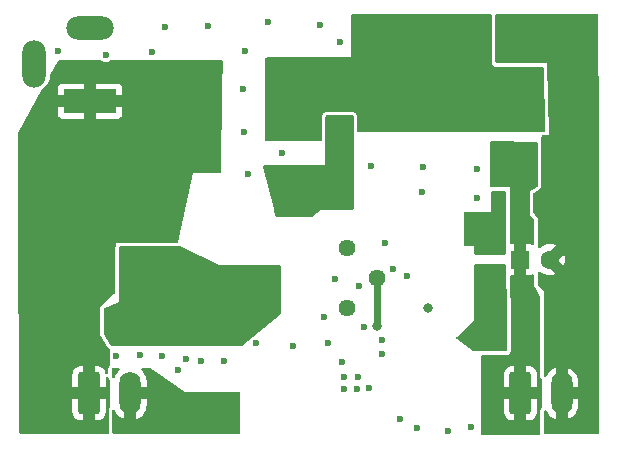
<source format=gbl>
G04 #@! TF.GenerationSoftware,KiCad,Pcbnew,8.0.5*
G04 #@! TF.CreationDate,2025-01-03T23:13:30-05:00*
G04 #@! TF.ProjectId,PierogiNixiePSU,50696572-6f67-4694-9e69-786965505355,rev?*
G04 #@! TF.SameCoordinates,Original*
G04 #@! TF.FileFunction,Copper,L4,Bot*
G04 #@! TF.FilePolarity,Positive*
%FSLAX46Y46*%
G04 Gerber Fmt 4.6, Leading zero omitted, Abs format (unit mm)*
G04 Created by KiCad (PCBNEW 8.0.5) date 2025-01-03 23:13:30*
%MOMM*%
%LPD*%
G01*
G04 APERTURE LIST*
G04 Aperture macros list*
%AMRoundRect*
0 Rectangle with rounded corners*
0 $1 Rounding radius*
0 $2 $3 $4 $5 $6 $7 $8 $9 X,Y pos of 4 corners*
0 Add a 4 corners polygon primitive as box body*
4,1,4,$2,$3,$4,$5,$6,$7,$8,$9,$2,$3,0*
0 Add four circle primitives for the rounded corners*
1,1,$1+$1,$2,$3*
1,1,$1+$1,$4,$5*
1,1,$1+$1,$6,$7*
1,1,$1+$1,$8,$9*
0 Add four rect primitives between the rounded corners*
20,1,$1+$1,$2,$3,$4,$5,0*
20,1,$1+$1,$4,$5,$6,$7,0*
20,1,$1+$1,$6,$7,$8,$9,0*
20,1,$1+$1,$8,$9,$2,$3,0*%
G04 Aperture macros list end*
G04 #@! TA.AperFunction,ComponentPad*
%ADD10RoundRect,0.250000X-0.650000X-1.550000X0.650000X-1.550000X0.650000X1.550000X-0.650000X1.550000X0*%
G04 #@! TD*
G04 #@! TA.AperFunction,ComponentPad*
%ADD11O,1.800000X3.600000*%
G04 #@! TD*
G04 #@! TA.AperFunction,ComponentPad*
%ADD12R,4.500000X2.000000*%
G04 #@! TD*
G04 #@! TA.AperFunction,ComponentPad*
%ADD13O,4.000000X2.000000*%
G04 #@! TD*
G04 #@! TA.AperFunction,ComponentPad*
%ADD14O,2.000000X4.000000*%
G04 #@! TD*
G04 #@! TA.AperFunction,ComponentPad*
%ADD15R,1.600000X1.600000*%
G04 #@! TD*
G04 #@! TA.AperFunction,ComponentPad*
%ADD16C,1.600000*%
G04 #@! TD*
G04 #@! TA.AperFunction,ComponentPad*
%ADD17C,1.440000*%
G04 #@! TD*
G04 #@! TA.AperFunction,ViaPad*
%ADD18C,0.600000*%
G04 #@! TD*
G04 #@! TA.AperFunction,ViaPad*
%ADD19C,0.800000*%
G04 #@! TD*
G04 #@! TA.AperFunction,Conductor*
%ADD20C,0.600000*%
G04 #@! TD*
G04 APERTURE END LIST*
D10*
X27190000Y-54340000D03*
D11*
X30690000Y-54340000D03*
D12*
X27275000Y-29625000D03*
D13*
X27275000Y-23425000D03*
D14*
X22575000Y-26425000D03*
D10*
X63710000Y-54340000D03*
D11*
X67210000Y-54340000D03*
D15*
X63709759Y-43025000D03*
D16*
X66209759Y-43025000D03*
D17*
X49035000Y-47085000D03*
X51575000Y-44545000D03*
X49035000Y-42005000D03*
D18*
X32600000Y-42400000D03*
X44500000Y-50300000D03*
X45300000Y-35900000D03*
X47100000Y-47900000D03*
D19*
X41200000Y-44200000D03*
X35900000Y-49500000D03*
X63800000Y-24300000D03*
D18*
X48100000Y-34900000D03*
D19*
X69600000Y-42800000D03*
D18*
X34100000Y-42400000D03*
X50000000Y-53000000D03*
X48800000Y-53000000D03*
D19*
X68500000Y-29100000D03*
X68500000Y-46500000D03*
D18*
X47400000Y-50100000D03*
D19*
X68500000Y-26700000D03*
X32000000Y-48100000D03*
D18*
X55400000Y-37300000D03*
X32900000Y-55000000D03*
D19*
X66900000Y-33400000D03*
X69700000Y-25300000D03*
D18*
X48636801Y-51699346D03*
X33600000Y-23300000D03*
X43500000Y-35800000D03*
D19*
X66500000Y-24300000D03*
X69600000Y-54200000D03*
D18*
X61700000Y-50200000D03*
D19*
X67600000Y-45400000D03*
X42600000Y-45600000D03*
D18*
X48800000Y-54000000D03*
D19*
X69600000Y-52400000D03*
D18*
X59500000Y-57200000D03*
D19*
X35900000Y-47000000D03*
D18*
X66500000Y-57200000D03*
X47000000Y-35800000D03*
D19*
X37300000Y-45600000D03*
D18*
X40206513Y-28618586D03*
X60300000Y-48800000D03*
D19*
X68400000Y-44200000D03*
D18*
X55000000Y-57300000D03*
D19*
X67800000Y-50200000D03*
X66500000Y-49100000D03*
X30900000Y-46500000D03*
X68500000Y-37000000D03*
D18*
X31700000Y-57100000D03*
X60500000Y-44100000D03*
D19*
X62400000Y-25700000D03*
X69500000Y-30600000D03*
D18*
X32550502Y-25434227D03*
D19*
X30700000Y-43100000D03*
D18*
X34100000Y-54200000D03*
X48200000Y-37200000D03*
X61800000Y-38200000D03*
D19*
X65100000Y-25700000D03*
X38600000Y-47000000D03*
D18*
X43500000Y-34000000D03*
X61500000Y-44100000D03*
D19*
X69700000Y-23000000D03*
D18*
X57600000Y-57500000D03*
D19*
X69700000Y-35600000D03*
X68500000Y-41900000D03*
D18*
X60500000Y-44900000D03*
D19*
X62400000Y-22900000D03*
X68500000Y-24400000D03*
X69500000Y-33000000D03*
D18*
X53500000Y-56500000D03*
D19*
X30800000Y-44900000D03*
D18*
X60070004Y-35387977D03*
X40300000Y-32200000D03*
D19*
X67700000Y-47700000D03*
D18*
X47522584Y-38095358D03*
D19*
X35900000Y-44200000D03*
D18*
X41300000Y-50100000D03*
D19*
X55900000Y-47100000D03*
D18*
X60600000Y-50000000D03*
X46744612Y-23198401D03*
X40680780Y-35732579D03*
X32900000Y-53500000D03*
X61500000Y-44900000D03*
D19*
X66900000Y-35800000D03*
D18*
X48200000Y-33500000D03*
X60500000Y-45700000D03*
X59500000Y-49700000D03*
X36600000Y-57400000D03*
D19*
X69700000Y-40500000D03*
X68300000Y-34400000D03*
D18*
X62000000Y-42000000D03*
X62100000Y-39500000D03*
X32900000Y-56500000D03*
X52900000Y-43800000D03*
D19*
X38600000Y-49500000D03*
X37300000Y-48100000D03*
D18*
X49900000Y-54000000D03*
D19*
X69600000Y-50400000D03*
D18*
X60500000Y-42000000D03*
D19*
X67100000Y-30500000D03*
D18*
X42323773Y-22893516D03*
X50900000Y-53900000D03*
X55500000Y-35200000D03*
X52000000Y-51000000D03*
X68200000Y-57300000D03*
X50500000Y-48700000D03*
X40400000Y-25400000D03*
X38300000Y-57400000D03*
X44100000Y-38400000D03*
X50024397Y-45241160D03*
D19*
X69600000Y-56500000D03*
X65100000Y-22900000D03*
X69700000Y-27700000D03*
D18*
X34900000Y-57400000D03*
X30600000Y-57100000D03*
X39000000Y-56600000D03*
X45173837Y-37297386D03*
X48500000Y-35900000D03*
X37259288Y-23249215D03*
X29700000Y-57100000D03*
X43500000Y-37300000D03*
X61200000Y-41200000D03*
X62100000Y-40700000D03*
X60000000Y-37800000D03*
X34300000Y-55500000D03*
X45500000Y-38500000D03*
X61300000Y-39400000D03*
X46513827Y-37289858D03*
D19*
X68300000Y-32000000D03*
D18*
X47993154Y-44686982D03*
D19*
X69800000Y-47600000D03*
X68600000Y-49000000D03*
D18*
X60500000Y-46600000D03*
D19*
X67100000Y-40800000D03*
D18*
X52261550Y-41655066D03*
X36000000Y-56600000D03*
D19*
X40000000Y-48100000D03*
X67700000Y-22900000D03*
X67100000Y-38400000D03*
X33300000Y-49500000D03*
D18*
X24600000Y-25400000D03*
X32900000Y-57400000D03*
D19*
X69700000Y-38000000D03*
X69700000Y-45100000D03*
X30600000Y-49500000D03*
D18*
X52000000Y-49800000D03*
D19*
X38600000Y-44200000D03*
X34700000Y-48100000D03*
D18*
X34200000Y-56800000D03*
D19*
X67100000Y-28100000D03*
X66600000Y-51600000D03*
X66400000Y-46800000D03*
D18*
X61500000Y-45700000D03*
X54107800Y-44432911D03*
X61500000Y-46600000D03*
D19*
X40000000Y-45600000D03*
X67100000Y-25800000D03*
D18*
X51092822Y-35066153D03*
X60300000Y-47800000D03*
X37600000Y-56600000D03*
D19*
X41200000Y-47000000D03*
X68500000Y-39400000D03*
D18*
X48400000Y-24600000D03*
D19*
X40000000Y-49500000D03*
D18*
X28600000Y-25700000D03*
X47900000Y-28200000D03*
X48900000Y-27300000D03*
X48100000Y-26500000D03*
D19*
X51600000Y-48650000D03*
X22100000Y-47200000D03*
X25300000Y-42200000D03*
X31900000Y-33400000D03*
X23900000Y-35900000D03*
X26500000Y-33400000D03*
X32300000Y-28800000D03*
X22100000Y-49600000D03*
X25300000Y-27100000D03*
D18*
X31500000Y-51100000D03*
D19*
X23900000Y-50800000D03*
X22100000Y-44700000D03*
D18*
X33410570Y-51198556D03*
D19*
X23900000Y-53300000D03*
D18*
X27000000Y-57200000D03*
D19*
X35200000Y-33500000D03*
X25300000Y-47500000D03*
X23900000Y-38400000D03*
X25100000Y-44100000D03*
D18*
X28100000Y-57200000D03*
X35400000Y-51400000D03*
D19*
X23900000Y-40900000D03*
X31000000Y-30100000D03*
X25500000Y-51000000D03*
X28800000Y-33600000D03*
X27000000Y-35400000D03*
X23500000Y-43400000D03*
D18*
X29500000Y-51200000D03*
D19*
X22100000Y-37200000D03*
X33700000Y-37200000D03*
X31900000Y-38400000D03*
X22100000Y-57100000D03*
X23700000Y-29700000D03*
D18*
X36700000Y-51600000D03*
D19*
X25300000Y-39700000D03*
X28600000Y-38400000D03*
X31900000Y-35900000D03*
X22100000Y-52100000D03*
X27100000Y-37200000D03*
X23900000Y-45900000D03*
D18*
X25500000Y-57200000D03*
X34700000Y-52400000D03*
D19*
X22100000Y-34700000D03*
X28600000Y-35900000D03*
X30400000Y-37200000D03*
X33700000Y-39700000D03*
X27400000Y-42100000D03*
X23700000Y-48500000D03*
X22100000Y-54600000D03*
X22100000Y-39700000D03*
X23900000Y-33400000D03*
X23900000Y-55800000D03*
X31900000Y-40900000D03*
X27100000Y-39700000D03*
X22100000Y-42200000D03*
X30400000Y-34700000D03*
X30400000Y-39700000D03*
X30800000Y-27300000D03*
X28700000Y-27200000D03*
X37000000Y-34800000D03*
X33700000Y-34700000D03*
D18*
X38600000Y-51600000D03*
D19*
X25300000Y-37200000D03*
X25300000Y-34700000D03*
X28600000Y-40900000D03*
X27300000Y-50900000D03*
D18*
X63400000Y-45100000D03*
X61600000Y-35900000D03*
X64400000Y-45800000D03*
X61600000Y-34000000D03*
X64700000Y-50400000D03*
X63700000Y-50300000D03*
X61400000Y-53200000D03*
X62900000Y-57200000D03*
X64400000Y-57200000D03*
X64600000Y-51500000D03*
X63300000Y-40000000D03*
X61400000Y-54500000D03*
X61400000Y-57100000D03*
X64300000Y-41000000D03*
X64800000Y-46900000D03*
X64400000Y-40000000D03*
X61400000Y-52000000D03*
X63500000Y-51500000D03*
X63300000Y-41000000D03*
X63400000Y-46400000D03*
X61400000Y-55900000D03*
D20*
X51600000Y-48650000D02*
X51600000Y-44570000D01*
X51600000Y-44570000D02*
X51575000Y-44545000D01*
G04 #@! TA.AperFunction,Conductor*
G36*
X34971016Y-41899945D02*
G01*
X35025958Y-41912898D01*
X38200000Y-43490000D01*
X43316303Y-43490000D01*
X43383342Y-43509685D01*
X43429097Y-43562489D01*
X43440303Y-43613696D01*
X43449857Y-47516736D01*
X43430336Y-47583824D01*
X43405240Y-47612299D01*
X40184610Y-50296157D01*
X40120507Y-50323953D01*
X40104948Y-50324898D01*
X29090682Y-50300158D01*
X29023687Y-50280323D01*
X28984122Y-50239098D01*
X28442161Y-49319130D01*
X28425000Y-49256190D01*
X28425000Y-47225777D01*
X28444685Y-47158738D01*
X28497489Y-47112983D01*
X28505258Y-47109748D01*
X29725000Y-46650000D01*
X29715261Y-42014494D01*
X29734805Y-41947415D01*
X29787513Y-41901549D01*
X29839493Y-41890235D01*
X34971016Y-41899945D01*
G37*
G04 #@! TD.AperFunction*
G04 #@! TA.AperFunction,Conductor*
G36*
X62443039Y-37219685D02*
G01*
X62488794Y-37272489D01*
X62500000Y-37324000D01*
X62500000Y-42476000D01*
X62480315Y-42543039D01*
X62427511Y-42588794D01*
X62376000Y-42600000D01*
X59924000Y-42600000D01*
X59856961Y-42580315D01*
X59811206Y-42527511D01*
X59800000Y-42476000D01*
X59800000Y-41900000D01*
X59024000Y-41900000D01*
X58956961Y-41880315D01*
X58911206Y-41827511D01*
X58900000Y-41776000D01*
X58900000Y-39124000D01*
X58919685Y-39056961D01*
X58972489Y-39011206D01*
X59024000Y-39000000D01*
X61200000Y-39000000D01*
X61200000Y-37324000D01*
X61219685Y-37256961D01*
X61272489Y-37211206D01*
X61324000Y-37200000D01*
X62376000Y-37200000D01*
X62443039Y-37219685D01*
G37*
G04 #@! TD.AperFunction*
G04 #@! TA.AperFunction,Conductor*
G36*
X28152267Y-26119685D02*
G01*
X28161540Y-26127157D01*
X28161848Y-26126757D01*
X28168293Y-26131702D01*
X28168295Y-26131705D01*
X28294738Y-26228728D01*
X28441985Y-26289720D01*
X28520992Y-26300121D01*
X28599999Y-26310523D01*
X28600000Y-26310523D01*
X28600001Y-26310523D01*
X28652671Y-26303588D01*
X28758015Y-26289720D01*
X28905262Y-26228728D01*
X29031705Y-26131705D01*
X29031706Y-26131702D01*
X29038152Y-26126757D01*
X29040056Y-26129239D01*
X29088414Y-26102834D01*
X29114772Y-26100000D01*
X38374702Y-26100000D01*
X38441741Y-26119685D01*
X38487496Y-26172489D01*
X38498694Y-26225291D01*
X38474816Y-28517627D01*
X38401278Y-35577292D01*
X38380896Y-35644122D01*
X38327619Y-35689325D01*
X38277285Y-35700000D01*
X36000000Y-35700000D01*
X34723877Y-41491629D01*
X34690228Y-41552862D01*
X34628816Y-41586183D01*
X34602547Y-41588947D01*
X29933392Y-41580112D01*
X29840080Y-41579936D01*
X29840079Y-41579936D01*
X29840073Y-41579936D01*
X29840067Y-41579936D01*
X29773505Y-41587032D01*
X29773497Y-41587034D01*
X29746831Y-41592838D01*
X29726961Y-41597163D01*
X29700590Y-41600000D01*
X29499999Y-41600000D01*
X29496184Y-41717711D01*
X29482899Y-41769663D01*
X29436893Y-41860614D01*
X29417347Y-41927696D01*
X29404962Y-42015143D01*
X29404962Y-42015144D01*
X29409924Y-44377199D01*
X29409859Y-44381475D01*
X29361671Y-45868423D01*
X29339825Y-45934790D01*
X29322232Y-45955162D01*
X28408877Y-46805526D01*
X28381041Y-46825069D01*
X28378217Y-46826519D01*
X28294286Y-46878473D01*
X28241480Y-46924230D01*
X28241479Y-46924231D01*
X28198642Y-46969663D01*
X28198640Y-46969666D01*
X28146954Y-47071315D01*
X28127271Y-47138347D01*
X28127270Y-47138352D01*
X28127270Y-47138353D01*
X28114700Y-47225777D01*
X28114700Y-49256190D01*
X28122896Y-49317409D01*
X28125628Y-49337818D01*
X28142790Y-49400760D01*
X28174799Y-49476620D01*
X28174805Y-49476632D01*
X28716766Y-50396600D01*
X28716776Y-50396613D01*
X28716780Y-50396619D01*
X28760243Y-50453958D01*
X28760245Y-50453960D01*
X28799807Y-50495181D01*
X28799829Y-50495202D01*
X28834055Y-50525936D01*
X28834060Y-50525940D01*
X28834064Y-50525943D01*
X28932452Y-50576248D01*
X28983179Y-50624294D01*
X29000000Y-50686653D01*
X29000000Y-51892210D01*
X28980315Y-51959249D01*
X28958036Y-51985194D01*
X28939928Y-52001169D01*
X28897497Y-52046981D01*
X28897493Y-52046986D01*
X28846714Y-52149084D01*
X28827625Y-52216295D01*
X28815832Y-52303830D01*
X28817849Y-52530716D01*
X28817849Y-52530717D01*
X28818363Y-52588617D01*
X28799274Y-52655829D01*
X28746879Y-52702051D01*
X28677811Y-52712608D01*
X28614000Y-52684148D01*
X28576662Y-52628722D01*
X28524358Y-52470880D01*
X28524356Y-52470875D01*
X28432315Y-52321654D01*
X28308345Y-52197684D01*
X28159124Y-52105643D01*
X28159119Y-52105641D01*
X27992697Y-52050494D01*
X27992690Y-52050493D01*
X27889986Y-52040000D01*
X27690000Y-52040000D01*
X27690000Y-53840000D01*
X28589999Y-53840000D01*
X28589999Y-53042886D01*
X28609684Y-52975847D01*
X28662488Y-52930092D01*
X28731646Y-52920148D01*
X28795202Y-52949173D01*
X28832976Y-53007951D01*
X28833314Y-53009122D01*
X28850886Y-53071221D01*
X28871233Y-53124118D01*
X28939644Y-53215343D01*
X28939647Y-53215345D01*
X28939648Y-53215347D01*
X28959845Y-53233884D01*
X28995926Y-53293716D01*
X29000000Y-53325240D01*
X29000000Y-55454232D01*
X28980315Y-55521271D01*
X28966972Y-55538494D01*
X28928898Y-55579599D01*
X28928896Y-55579602D01*
X28928895Y-55579604D01*
X28911672Y-55614233D01*
X28878113Y-55681709D01*
X28859027Y-55748909D01*
X28847233Y-55836452D01*
X28852600Y-56440145D01*
X28863576Y-57674898D01*
X28844488Y-57742110D01*
X28792093Y-57788332D01*
X28739581Y-57800000D01*
X21423192Y-57800000D01*
X21356153Y-57780315D01*
X21310398Y-57727511D01*
X21299195Y-57676810D01*
X21287843Y-55939986D01*
X25790001Y-55939986D01*
X25800494Y-56042697D01*
X25855641Y-56209119D01*
X25855643Y-56209124D01*
X25947684Y-56358345D01*
X26071654Y-56482315D01*
X26220875Y-56574356D01*
X26220880Y-56574358D01*
X26387302Y-56629505D01*
X26387309Y-56629506D01*
X26490019Y-56639999D01*
X26689999Y-56639999D01*
X27690000Y-56639999D01*
X27889972Y-56639999D01*
X27889986Y-56639998D01*
X27992697Y-56629505D01*
X28159119Y-56574358D01*
X28159124Y-56574356D01*
X28308345Y-56482315D01*
X28432315Y-56358345D01*
X28524356Y-56209124D01*
X28524358Y-56209119D01*
X28579505Y-56042697D01*
X28579506Y-56042690D01*
X28589999Y-55939986D01*
X28590000Y-55939973D01*
X28590000Y-54840000D01*
X27690000Y-54840000D01*
X27690000Y-56639999D01*
X26689999Y-56639999D01*
X26690000Y-56639998D01*
X26690000Y-54840000D01*
X25790001Y-54840000D01*
X25790001Y-55939986D01*
X21287843Y-55939986D01*
X21276869Y-54261009D01*
X26590000Y-54261009D01*
X26590000Y-54418991D01*
X26630889Y-54571591D01*
X26709881Y-54708408D01*
X26821592Y-54820119D01*
X26958409Y-54899111D01*
X27111009Y-54940000D01*
X27268991Y-54940000D01*
X27421591Y-54899111D01*
X27558408Y-54820119D01*
X27670119Y-54708408D01*
X27749111Y-54571591D01*
X27790000Y-54418991D01*
X27790000Y-54261009D01*
X27749111Y-54108409D01*
X27670119Y-53971592D01*
X27558408Y-53859881D01*
X27421591Y-53780889D01*
X27268991Y-53740000D01*
X27111009Y-53740000D01*
X26958409Y-53780889D01*
X26821592Y-53859881D01*
X26709881Y-53971592D01*
X26630889Y-54108409D01*
X26590000Y-54261009D01*
X21276869Y-54261009D01*
X21266928Y-52740013D01*
X25790000Y-52740013D01*
X25790000Y-53840000D01*
X26690000Y-53840000D01*
X26690000Y-52040000D01*
X26490029Y-52040000D01*
X26490012Y-52040001D01*
X26387302Y-52050494D01*
X26220880Y-52105641D01*
X26220875Y-52105643D01*
X26071654Y-52197684D01*
X25947684Y-52321654D01*
X25855643Y-52470875D01*
X25855641Y-52470880D01*
X25800494Y-52637302D01*
X25800493Y-52637309D01*
X25790000Y-52740013D01*
X21266928Y-52740013D01*
X21200003Y-42500459D01*
X21200000Y-42499649D01*
X21200000Y-32331768D01*
X21215275Y-32272145D01*
X23241559Y-28577155D01*
X24525000Y-28577155D01*
X24525000Y-29125000D01*
X25959174Y-29125000D01*
X25832007Y-29159075D01*
X25717993Y-29224901D01*
X25624901Y-29317993D01*
X25559075Y-29432007D01*
X25525000Y-29559174D01*
X25525000Y-29690826D01*
X25559075Y-29817993D01*
X25624901Y-29932007D01*
X25717993Y-30025099D01*
X25832007Y-30090925D01*
X25959174Y-30125000D01*
X24525000Y-30125000D01*
X24525000Y-30672844D01*
X24531401Y-30732372D01*
X24531403Y-30732379D01*
X24581645Y-30867086D01*
X24581649Y-30867093D01*
X24667809Y-30982187D01*
X24667812Y-30982190D01*
X24782906Y-31068350D01*
X24782913Y-31068354D01*
X24917620Y-31118596D01*
X24917627Y-31118598D01*
X24977155Y-31124999D01*
X24977172Y-31125000D01*
X26775000Y-31125000D01*
X26775000Y-30125000D01*
X27775000Y-30125000D01*
X27775000Y-31125000D01*
X29572828Y-31125000D01*
X29572844Y-31124999D01*
X29632372Y-31118598D01*
X29632379Y-31118596D01*
X29767086Y-31068354D01*
X29767093Y-31068350D01*
X29882187Y-30982190D01*
X29882190Y-30982187D01*
X29968350Y-30867093D01*
X29968354Y-30867086D01*
X30018596Y-30732379D01*
X30018598Y-30732372D01*
X30024999Y-30672844D01*
X30025000Y-30672827D01*
X30025000Y-30125000D01*
X28590826Y-30125000D01*
X28717993Y-30090925D01*
X28832007Y-30025099D01*
X28925099Y-29932007D01*
X28990925Y-29817993D01*
X29025000Y-29690826D01*
X29025000Y-29559174D01*
X28990925Y-29432007D01*
X28925099Y-29317993D01*
X28832007Y-29224901D01*
X28717993Y-29159075D01*
X28590826Y-29125000D01*
X30025000Y-29125000D01*
X30025000Y-28577172D01*
X30024999Y-28577155D01*
X30018598Y-28517627D01*
X30018596Y-28517620D01*
X29968354Y-28382913D01*
X29968350Y-28382906D01*
X29882190Y-28267812D01*
X29882187Y-28267809D01*
X29767093Y-28181649D01*
X29767086Y-28181645D01*
X29632379Y-28131403D01*
X29632372Y-28131401D01*
X29572844Y-28125000D01*
X27775000Y-28125000D01*
X27775000Y-29125000D01*
X26775000Y-29125000D01*
X26775000Y-28125000D01*
X24977155Y-28125000D01*
X24917627Y-28131401D01*
X24917620Y-28131403D01*
X24782913Y-28181645D01*
X24782906Y-28181649D01*
X24667812Y-28267809D01*
X24667809Y-28267812D01*
X24581649Y-28382906D01*
X24581645Y-28382913D01*
X24531403Y-28517620D01*
X24531401Y-28517627D01*
X24525000Y-28577155D01*
X23241559Y-28577155D01*
X23249169Y-28563278D01*
X23285003Y-28522591D01*
X23425346Y-28420627D01*
X23570627Y-28275346D01*
X23570629Y-28275342D01*
X23570632Y-28275340D01*
X23638704Y-28181645D01*
X23691392Y-28109126D01*
X23784669Y-27926061D01*
X23848159Y-27730658D01*
X23880300Y-27527729D01*
X23880300Y-27444162D01*
X23895575Y-27384539D01*
X24564697Y-26164375D01*
X24614191Y-26115061D01*
X24673421Y-26100000D01*
X28085228Y-26100000D01*
X28152267Y-26119685D01*
G37*
G04 #@! TD.AperFunction*
G04 #@! TA.AperFunction,Conductor*
G36*
X32312722Y-52199711D02*
G01*
X32379604Y-52219913D01*
X32380900Y-52220773D01*
X33103031Y-52706239D01*
X35324999Y-54200000D01*
X35325000Y-54200000D01*
X39876000Y-54200000D01*
X39943039Y-54219685D01*
X39988794Y-54272489D01*
X40000000Y-54324000D01*
X40000000Y-57676000D01*
X39980315Y-57743039D01*
X39927511Y-57788794D01*
X39876000Y-57800000D01*
X29297903Y-57800000D01*
X29230864Y-57780315D01*
X29185109Y-57727511D01*
X29173908Y-57677102D01*
X29162888Y-56437386D01*
X29157521Y-55833693D01*
X29176609Y-55766484D01*
X29229004Y-55720262D01*
X29298071Y-55709704D01*
X29361882Y-55738163D01*
X29392001Y-55776299D01*
X29492613Y-55973760D01*
X29622142Y-56152041D01*
X29777958Y-56307857D01*
X29956239Y-56437386D01*
X30152586Y-56537431D01*
X30152592Y-56537433D01*
X30189999Y-56549587D01*
X31190000Y-56549587D01*
X31227407Y-56537433D01*
X31227413Y-56537431D01*
X31423760Y-56437386D01*
X31602041Y-56307857D01*
X31757857Y-56152041D01*
X31887386Y-55973760D01*
X31987432Y-55777410D01*
X32055526Y-55567835D01*
X32090000Y-55350181D01*
X32090000Y-54840000D01*
X31190000Y-54840000D01*
X31190000Y-56549587D01*
X30189999Y-56549587D01*
X30190000Y-56549586D01*
X30190000Y-54673973D01*
X30209881Y-54708408D01*
X30321592Y-54820119D01*
X30458409Y-54899111D01*
X30611009Y-54940000D01*
X30768991Y-54940000D01*
X30921591Y-54899111D01*
X31058408Y-54820119D01*
X31170119Y-54708408D01*
X31249111Y-54571591D01*
X31290000Y-54418991D01*
X31290000Y-54261009D01*
X31249111Y-54108409D01*
X31170119Y-53971592D01*
X31058408Y-53859881D01*
X31023973Y-53840000D01*
X32090000Y-53840000D01*
X32090000Y-53329818D01*
X32055526Y-53112164D01*
X31987432Y-52902589D01*
X31887386Y-52706239D01*
X31757857Y-52527958D01*
X31636733Y-52406834D01*
X31603248Y-52345511D01*
X31608232Y-52275819D01*
X31650104Y-52219886D01*
X31715568Y-52195469D01*
X31725351Y-52195157D01*
X32312722Y-52199711D01*
G37*
G04 #@! TD.AperFunction*
G04 #@! TA.AperFunction,Conductor*
G36*
X30321592Y-53859881D02*
G01*
X30209881Y-53971592D01*
X30190000Y-54006026D01*
X30190000Y-53964000D01*
X30209685Y-53896961D01*
X30262489Y-53851206D01*
X30314000Y-53840000D01*
X30356027Y-53840000D01*
X30321592Y-53859881D01*
G37*
G04 #@! TD.AperFunction*
G04 #@! TA.AperFunction,NonConductor*
G36*
X29672462Y-52179243D02*
G01*
X29739345Y-52199446D01*
X29784689Y-52252603D01*
X29794096Y-52321837D01*
X29764580Y-52385166D01*
X29759181Y-52390920D01*
X29622139Y-52527962D01*
X29492613Y-52706239D01*
X29392567Y-52902589D01*
X29373582Y-52961021D01*
X29334145Y-53018697D01*
X29269786Y-53045895D01*
X29200940Y-53033980D01*
X29149464Y-52986736D01*
X29131656Y-52923805D01*
X29128137Y-52527958D01*
X29126120Y-52301072D01*
X29145208Y-52233864D01*
X29197603Y-52187641D01*
X29251074Y-52175977D01*
X29672462Y-52179243D01*
G37*
G04 #@! TD.AperFunction*
G04 #@! TA.AperFunction,Conductor*
G36*
X49543039Y-30819685D02*
G01*
X49588794Y-30872489D01*
X49600000Y-30924000D01*
X49600000Y-38676000D01*
X49580315Y-38743039D01*
X49527511Y-38788794D01*
X49476000Y-38800000D01*
X46800000Y-38800000D01*
X46799999Y-38800000D01*
X46799998Y-38800001D01*
X46134827Y-39370148D01*
X46071116Y-39398831D01*
X46054129Y-39400000D01*
X43096816Y-39400000D01*
X43029777Y-39380315D01*
X42984022Y-39327511D01*
X42976518Y-39306074D01*
X42835760Y-38743039D01*
X41938518Y-35154072D01*
X41941356Y-35084262D01*
X41981486Y-35027067D01*
X42046168Y-35000647D01*
X42058816Y-35000000D01*
X47200000Y-35000000D01*
X47200000Y-30924000D01*
X47219685Y-30856961D01*
X47272489Y-30811206D01*
X47324000Y-30800000D01*
X49476000Y-30800000D01*
X49543039Y-30819685D01*
G37*
G04 #@! TD.AperFunction*
G04 #@! TA.AperFunction,Conductor*
G36*
X62446027Y-43419685D02*
G01*
X62491782Y-43472489D01*
X62502950Y-43520975D01*
X62599963Y-47498483D01*
X62600000Y-47501506D01*
X62600000Y-50676000D01*
X62580315Y-50743039D01*
X62527511Y-50788794D01*
X62476000Y-50800000D01*
X59838513Y-50800000D01*
X59771474Y-50780315D01*
X59768263Y-50778181D01*
X59717147Y-50743039D01*
X59374056Y-50507164D01*
X58322840Y-49784452D01*
X58278749Y-49730251D01*
X58270960Y-49660817D01*
X58301946Y-49598195D01*
X58305384Y-49594615D01*
X59800000Y-48100000D01*
X59800000Y-43524000D01*
X59819685Y-43456961D01*
X59872489Y-43411206D01*
X59924000Y-43400000D01*
X62378988Y-43400000D01*
X62446027Y-43419685D01*
G37*
G04 #@! TD.AperFunction*
G04 #@! TA.AperFunction,Conductor*
G36*
X70243386Y-22219685D02*
G01*
X70289141Y-22272489D01*
X70300347Y-22323652D01*
X70329281Y-32624000D01*
X70396453Y-56537433D01*
X70399651Y-57675652D01*
X70380154Y-57742746D01*
X70327479Y-57788649D01*
X70275651Y-57800000D01*
X65824000Y-57800000D01*
X65756961Y-57780315D01*
X65711206Y-57727511D01*
X65700000Y-57676000D01*
X65700000Y-55876720D01*
X65719685Y-55809681D01*
X65772489Y-55763926D01*
X65841647Y-55753982D01*
X65905203Y-55783007D01*
X65934485Y-55820425D01*
X66012613Y-55973760D01*
X66142142Y-56152041D01*
X66297958Y-56307857D01*
X66476239Y-56437386D01*
X66672586Y-56537431D01*
X66672592Y-56537433D01*
X66709999Y-56549587D01*
X67710000Y-56549587D01*
X67747407Y-56537433D01*
X67747413Y-56537431D01*
X67943760Y-56437386D01*
X68122041Y-56307857D01*
X68277857Y-56152041D01*
X68407386Y-55973760D01*
X68507432Y-55777410D01*
X68575526Y-55567835D01*
X68610000Y-55350181D01*
X68610000Y-54840000D01*
X67710000Y-54840000D01*
X67710000Y-56549587D01*
X66709999Y-56549587D01*
X66710000Y-56549586D01*
X66710000Y-54673973D01*
X66729881Y-54708408D01*
X66841592Y-54820119D01*
X66978409Y-54899111D01*
X67131009Y-54940000D01*
X67288991Y-54940000D01*
X67441591Y-54899111D01*
X67578408Y-54820119D01*
X67690119Y-54708408D01*
X67769111Y-54571591D01*
X67810000Y-54418991D01*
X67810000Y-54261009D01*
X67769111Y-54108409D01*
X67690119Y-53971592D01*
X67578408Y-53859881D01*
X67543973Y-53840000D01*
X67710000Y-53840000D01*
X68610000Y-53840000D01*
X68610000Y-53329818D01*
X68575526Y-53112164D01*
X68507432Y-52902589D01*
X68407386Y-52706239D01*
X68277857Y-52527958D01*
X68122041Y-52372142D01*
X67943760Y-52242613D01*
X67747407Y-52142567D01*
X67710000Y-52130411D01*
X67710000Y-53840000D01*
X67543973Y-53840000D01*
X67441591Y-53780889D01*
X67288991Y-53740000D01*
X67131009Y-53740000D01*
X66978409Y-53780889D01*
X66841592Y-53859881D01*
X66729881Y-53971592D01*
X66710000Y-54006026D01*
X66710000Y-52130412D01*
X66709999Y-52130411D01*
X66672592Y-52142567D01*
X66476239Y-52242613D01*
X66297958Y-52372142D01*
X66142142Y-52527958D01*
X66012613Y-52706239D01*
X65934485Y-52859574D01*
X65886510Y-52910370D01*
X65818689Y-52927165D01*
X65752554Y-52904627D01*
X65709103Y-52849912D01*
X65700000Y-52803279D01*
X65700000Y-45700000D01*
X65236319Y-45236319D01*
X65202834Y-45174996D01*
X65200000Y-45148638D01*
X65200000Y-44143167D01*
X65219685Y-44076128D01*
X65272489Y-44030373D01*
X65341647Y-44020429D01*
X65395124Y-44041593D01*
X65557269Y-44155129D01*
X65557275Y-44155133D01*
X65763432Y-44251265D01*
X65763441Y-44251269D01*
X65983148Y-44310139D01*
X65983159Y-44310141D01*
X66209757Y-44329966D01*
X66209761Y-44329966D01*
X66436358Y-44310141D01*
X66436365Y-44310140D01*
X66656087Y-44251265D01*
X66705756Y-44228103D01*
X65590333Y-43112680D01*
X65556848Y-43051357D01*
X65561832Y-42981665D01*
X65567826Y-42972339D01*
X65809759Y-42972339D01*
X65809759Y-43077661D01*
X65837018Y-43179394D01*
X65889679Y-43270606D01*
X65964153Y-43345080D01*
X66055365Y-43397741D01*
X66157098Y-43425000D01*
X66262420Y-43425000D01*
X66364153Y-43397741D01*
X66455365Y-43345080D01*
X66529839Y-43270606D01*
X66582500Y-43179394D01*
X66609759Y-43077661D01*
X66609759Y-43024999D01*
X66916866Y-43024999D01*
X66916866Y-43025001D01*
X67412862Y-43520997D01*
X67436024Y-43471328D01*
X67494899Y-43251606D01*
X67494900Y-43251599D01*
X67514725Y-43025002D01*
X67514725Y-43024997D01*
X67494900Y-42798400D01*
X67494898Y-42798389D01*
X67436028Y-42578682D01*
X67436024Y-42578673D01*
X67412862Y-42529002D01*
X66916866Y-43024999D01*
X66609759Y-43024999D01*
X66609759Y-42972339D01*
X66582500Y-42870606D01*
X66529839Y-42779394D01*
X66455365Y-42704920D01*
X66364153Y-42652259D01*
X66262420Y-42625000D01*
X66157098Y-42625000D01*
X66055365Y-42652259D01*
X65964153Y-42704920D01*
X65889679Y-42779394D01*
X65837018Y-42870606D01*
X65809759Y-42972339D01*
X65567826Y-42972339D01*
X65590333Y-42937318D01*
X66209759Y-42317893D01*
X66705755Y-41821895D01*
X66656079Y-41798731D01*
X66436369Y-41739860D01*
X66436358Y-41739858D01*
X66209761Y-41720034D01*
X66209757Y-41720034D01*
X65983159Y-41739858D01*
X65983148Y-41739860D01*
X65763441Y-41798730D01*
X65763432Y-41798734D01*
X65557276Y-41894866D01*
X65395124Y-42008407D01*
X65328918Y-42030734D01*
X65261150Y-42013724D01*
X65213337Y-41962776D01*
X65200000Y-41906832D01*
X65200000Y-39599999D01*
X64820826Y-39031238D01*
X64800018Y-38964539D01*
X64800000Y-38962455D01*
X64800000Y-37471959D01*
X64819685Y-37404920D01*
X64862477Y-37364298D01*
X65500000Y-37000000D01*
X65500000Y-32624000D01*
X65519685Y-32556961D01*
X65572489Y-32511206D01*
X65624000Y-32500000D01*
X66100000Y-32500000D01*
X66000000Y-26400000D01*
X61724000Y-26400000D01*
X61656961Y-26380315D01*
X61611206Y-26327511D01*
X61600000Y-26276000D01*
X61600000Y-22324000D01*
X61619685Y-22256961D01*
X61672489Y-22211206D01*
X61724000Y-22200000D01*
X70176347Y-22200000D01*
X70243386Y-22219685D01*
G37*
G04 #@! TD.AperFunction*
G04 #@! TA.AperFunction,Conductor*
G36*
X61232739Y-22219685D02*
G01*
X61278494Y-22272489D01*
X61289700Y-22324000D01*
X61289700Y-26276008D01*
X61296792Y-26341962D01*
X61307996Y-26393467D01*
X61307998Y-26393473D01*
X61319127Y-26432278D01*
X61319128Y-26432279D01*
X61376694Y-26530710D01*
X61376798Y-26530854D01*
X61376826Y-26530934D01*
X61379591Y-26535662D01*
X61378666Y-26536202D01*
X61399842Y-26596814D01*
X61399920Y-26599920D01*
X61403668Y-26603668D01*
X61458213Y-26619685D01*
X61462536Y-26622592D01*
X61467885Y-26626356D01*
X61467888Y-26626359D01*
X61569537Y-26678045D01*
X61636576Y-26697730D01*
X61724000Y-26710300D01*
X65572762Y-26710300D01*
X65639801Y-26729985D01*
X65685556Y-26782789D01*
X65696745Y-26832267D01*
X65782506Y-32063667D01*
X65763923Y-32131021D01*
X65711876Y-32177635D01*
X65658523Y-32189700D01*
X65623991Y-32189700D01*
X65558040Y-32196791D01*
X65556711Y-32197080D01*
X65556313Y-32197167D01*
X65529959Y-32200000D01*
X50034300Y-32200000D01*
X49967261Y-32180315D01*
X49921506Y-32127511D01*
X49910300Y-32076000D01*
X49910300Y-30924008D01*
X49910299Y-30923991D01*
X49903208Y-30858038D01*
X49892002Y-30806527D01*
X49880873Y-30767722D01*
X49823303Y-30669286D01*
X49777548Y-30616482D01*
X49732112Y-30573641D01*
X49630463Y-30521955D01*
X49630462Y-30521954D01*
X49630461Y-30521954D01*
X49563429Y-30502271D01*
X49563425Y-30502270D01*
X49563424Y-30502270D01*
X49476000Y-30489700D01*
X47324000Y-30489700D01*
X47323991Y-30489700D01*
X47258037Y-30496792D01*
X47206532Y-30507996D01*
X47184395Y-30514345D01*
X47167722Y-30519127D01*
X47167720Y-30519127D01*
X47167720Y-30519128D01*
X47069289Y-30576695D01*
X47069285Y-30576697D01*
X47016480Y-30622453D01*
X47016479Y-30622454D01*
X46973642Y-30667886D01*
X46973640Y-30667889D01*
X46921954Y-30769538D01*
X46902271Y-30836570D01*
X46902270Y-30836575D01*
X46902270Y-30836576D01*
X46889702Y-30923991D01*
X46889700Y-30924002D01*
X46889700Y-32876000D01*
X46870015Y-32943039D01*
X46817211Y-32988794D01*
X46765700Y-33000000D01*
X42224000Y-33000000D01*
X42156961Y-32980315D01*
X42111206Y-32927511D01*
X42100000Y-32876000D01*
X42100000Y-26024000D01*
X42119685Y-25956961D01*
X42172489Y-25911206D01*
X42224000Y-25900000D01*
X49400000Y-25900000D01*
X49400000Y-22324000D01*
X49419685Y-22256961D01*
X49472489Y-22211206D01*
X49524000Y-22200000D01*
X61165700Y-22200000D01*
X61232739Y-22219685D01*
G37*
G04 #@! TD.AperFunction*
G04 #@! TA.AperFunction,Conductor*
G36*
X65067194Y-33047195D02*
G01*
X65133991Y-33067686D01*
X65179107Y-33121037D01*
X65189700Y-33171186D01*
X65189700Y-36747965D01*
X65170015Y-36815004D01*
X65127221Y-36855627D01*
X64708536Y-37094875D01*
X64708529Y-37094879D01*
X64708525Y-37094882D01*
X64708516Y-37094888D01*
X64708514Y-37094890D01*
X64648854Y-37139240D01*
X64648837Y-37139254D01*
X64606054Y-37179868D01*
X64606049Y-37179873D01*
X64582037Y-37206527D01*
X64573641Y-37215847D01*
X64563101Y-37236576D01*
X64521954Y-37317497D01*
X64502271Y-37384529D01*
X64489700Y-37471961D01*
X64489700Y-38962422D01*
X64489712Y-38965249D01*
X64489729Y-38967211D01*
X64489729Y-38967217D01*
X64489730Y-38967219D01*
X64494665Y-38998699D01*
X64503798Y-39056953D01*
X64524606Y-39123650D01*
X64562639Y-39203359D01*
X64868874Y-39662710D01*
X64889682Y-39729409D01*
X64889700Y-39731493D01*
X64889700Y-41654468D01*
X64870015Y-41721507D01*
X64817211Y-41767262D01*
X64748053Y-41777206D01*
X64722368Y-41770650D01*
X64617141Y-41731403D01*
X64617131Y-41731401D01*
X64557603Y-41725000D01*
X64209759Y-41725000D01*
X64209759Y-44325000D01*
X64557587Y-44325000D01*
X64557603Y-44324999D01*
X64617131Y-44318598D01*
X64617138Y-44318596D01*
X64722367Y-44279349D01*
X64792058Y-44274365D01*
X64853381Y-44307850D01*
X64886866Y-44369173D01*
X64889700Y-44395531D01*
X64889700Y-45148639D01*
X64891477Y-45181792D01*
X64891481Y-45181846D01*
X64894310Y-45208158D01*
X64895159Y-45215279D01*
X64930488Y-45323703D01*
X64930491Y-45323711D01*
X64963971Y-45385024D01*
X64963974Y-45385029D01*
X64973984Y-45398401D01*
X64998399Y-45463866D01*
X64998698Y-45470675D01*
X64999999Y-45549997D01*
X64999999Y-45549999D01*
X65373013Y-46194295D01*
X65389700Y-46256423D01*
X65389700Y-52803289D01*
X65395446Y-52862725D01*
X65404550Y-52909358D01*
X65404554Y-52909376D01*
X65412804Y-52942070D01*
X65412805Y-52942074D01*
X65466107Y-53042885D01*
X65493787Y-53077742D01*
X65520062Y-53142483D01*
X65520680Y-53155401D01*
X65510205Y-55533132D01*
X65490225Y-55600084D01*
X65476434Y-55617645D01*
X65473642Y-55620606D01*
X65421954Y-55722258D01*
X65402271Y-55789290D01*
X65389700Y-55876722D01*
X65389700Y-57676005D01*
X65391702Y-57694624D01*
X65393650Y-57712744D01*
X65381247Y-57781503D01*
X65333637Y-57832641D01*
X65270362Y-57850000D01*
X60524000Y-57850000D01*
X60456961Y-57830315D01*
X60411206Y-57777511D01*
X60400000Y-57726000D01*
X60400000Y-55939986D01*
X62310001Y-55939986D01*
X62320494Y-56042697D01*
X62375641Y-56209119D01*
X62375643Y-56209124D01*
X62467684Y-56358345D01*
X62591654Y-56482315D01*
X62740875Y-56574356D01*
X62740880Y-56574358D01*
X62907302Y-56629505D01*
X62907309Y-56629506D01*
X63010019Y-56639999D01*
X63209999Y-56639999D01*
X64210000Y-56639999D01*
X64409972Y-56639999D01*
X64409986Y-56639998D01*
X64512697Y-56629505D01*
X64679119Y-56574358D01*
X64679124Y-56574356D01*
X64828345Y-56482315D01*
X64952315Y-56358345D01*
X65044356Y-56209124D01*
X65044358Y-56209119D01*
X65099505Y-56042697D01*
X65099506Y-56042690D01*
X65109999Y-55939986D01*
X65110000Y-55939973D01*
X65110000Y-54840000D01*
X64210000Y-54840000D01*
X64210000Y-56639999D01*
X63209999Y-56639999D01*
X63210000Y-56639998D01*
X63210000Y-54840000D01*
X62310001Y-54840000D01*
X62310001Y-55939986D01*
X60400000Y-55939986D01*
X60400000Y-54261009D01*
X63110000Y-54261009D01*
X63110000Y-54418991D01*
X63150889Y-54571591D01*
X63229881Y-54708408D01*
X63341592Y-54820119D01*
X63478409Y-54899111D01*
X63631009Y-54940000D01*
X63788991Y-54940000D01*
X63941591Y-54899111D01*
X64078408Y-54820119D01*
X64190119Y-54708408D01*
X64269111Y-54571591D01*
X64310000Y-54418991D01*
X64310000Y-54261009D01*
X64269111Y-54108409D01*
X64190119Y-53971592D01*
X64078408Y-53859881D01*
X64043973Y-53840000D01*
X64210000Y-53840000D01*
X65109999Y-53840000D01*
X65109999Y-52740028D01*
X65109998Y-52740013D01*
X65099505Y-52637302D01*
X65044358Y-52470880D01*
X65044356Y-52470875D01*
X64952315Y-52321654D01*
X64828345Y-52197684D01*
X64679124Y-52105643D01*
X64679119Y-52105641D01*
X64512697Y-52050494D01*
X64512690Y-52050493D01*
X64409986Y-52040000D01*
X64210000Y-52040000D01*
X64210000Y-53840000D01*
X64043973Y-53840000D01*
X63941591Y-53780889D01*
X63788991Y-53740000D01*
X63631009Y-53740000D01*
X63478409Y-53780889D01*
X63341592Y-53859881D01*
X63229881Y-53971592D01*
X63150889Y-54108409D01*
X63110000Y-54261009D01*
X60400000Y-54261009D01*
X60400000Y-52740013D01*
X62310000Y-52740013D01*
X62310000Y-53840000D01*
X63210000Y-53840000D01*
X63210000Y-52040000D01*
X63010029Y-52040000D01*
X63010012Y-52040001D01*
X62907302Y-52050494D01*
X62740880Y-52105641D01*
X62740875Y-52105643D01*
X62591654Y-52197684D01*
X62467684Y-52321654D01*
X62375643Y-52470875D01*
X62375641Y-52470880D01*
X62320494Y-52637302D01*
X62320493Y-52637309D01*
X62310000Y-52740013D01*
X60400000Y-52740013D01*
X60400000Y-51234300D01*
X60419685Y-51167261D01*
X60472489Y-51121506D01*
X60524000Y-51110300D01*
X62475991Y-51110300D01*
X62476000Y-51110300D01*
X62541962Y-51103208D01*
X62593473Y-51092002D01*
X62632278Y-51080873D01*
X62651271Y-51069764D01*
X62711336Y-51052829D01*
X62850000Y-51050000D01*
X62850000Y-50915333D01*
X62863469Y-50859130D01*
X62878041Y-50830470D01*
X62878045Y-50830463D01*
X62897730Y-50763424D01*
X62910300Y-50676000D01*
X62910300Y-47501506D01*
X62910277Y-47497708D01*
X62910240Y-47494685D01*
X62910171Y-47490917D01*
X62850037Y-45025436D01*
X62850000Y-45022413D01*
X62850000Y-44449000D01*
X62869685Y-44381961D01*
X62922489Y-44336206D01*
X62974000Y-44325000D01*
X63209759Y-44325000D01*
X63209759Y-42972339D01*
X63309759Y-42972339D01*
X63309759Y-43077661D01*
X63337018Y-43179394D01*
X63389679Y-43270606D01*
X63464153Y-43345080D01*
X63555365Y-43397741D01*
X63657098Y-43425000D01*
X63762420Y-43425000D01*
X63864153Y-43397741D01*
X63955365Y-43345080D01*
X64029839Y-43270606D01*
X64082500Y-43179394D01*
X64109759Y-43077661D01*
X64109759Y-42972339D01*
X64082500Y-42870606D01*
X64029839Y-42779394D01*
X63955365Y-42704920D01*
X63864153Y-42652259D01*
X63762420Y-42625000D01*
X63657098Y-42625000D01*
X63555365Y-42652259D01*
X63464153Y-42704920D01*
X63389679Y-42779394D01*
X63337018Y-42870606D01*
X63309759Y-42972339D01*
X63209759Y-42972339D01*
X63209759Y-41725000D01*
X62974000Y-41725000D01*
X62906961Y-41705315D01*
X62861206Y-41652511D01*
X62850000Y-41601000D01*
X62850000Y-36900000D01*
X62456507Y-36900000D01*
X62438860Y-36898738D01*
X62403479Y-36893651D01*
X62376000Y-36889700D01*
X61324000Y-36889700D01*
X61287253Y-36893650D01*
X61218494Y-36881244D01*
X61167358Y-36833633D01*
X61150000Y-36770361D01*
X61150000Y-33125502D01*
X61169685Y-33058463D01*
X61222489Y-33012708D01*
X61275489Y-33001511D01*
X65067194Y-33047195D01*
G37*
G04 #@! TD.AperFunction*
M02*

</source>
